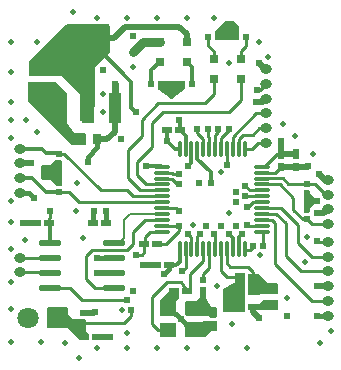
<source format=gtl>
G04 Layer: TopLayer*
G04 EasyEDA v6.5.40, 2024-02-04 21:12:00*
G04 47bb9c72da8d420c99b3d15ae168fc4e,2e16165ee3bb4678bfb3015e44e098b9,10*
G04 Gerber Generator version 0.2*
G04 Scale: 100 percent, Rotated: No, Reflected: No *
G04 Dimensions in millimeters *
G04 leading zeros omitted , absolute positions ,4 integer and 5 decimal *
%FSLAX45Y45*%
%MOMM*%

%AMMACRO1*21,1,$1,$2,0,0,$3*%
%ADD10C,0.5000*%
%ADD11C,0.2500*%
%ADD12C,0.4000*%
%ADD13C,0.3000*%
%ADD14C,0.6000*%
%ADD15C,0.2000*%
%ADD16C,0.7500*%
%ADD17MACRO1,0.54X0.7901X-90.0000*%
%ADD18MACRO1,0.54X0.7901X90.0000*%
%ADD19MACRO1,0.54X0.7901X0.0000*%
%ADD20R,0.5400X0.7901*%
%ADD21R,0.9000X0.8000*%
%ADD22R,0.8000X0.9000*%
%ADD23R,0.8640X0.8000*%
%ADD24R,0.8000X0.8000*%
%ADD25O,1.950212X0.5684012*%
%ADD26MACRO1,0.54X0.5656X90.0000*%
%ADD27MACRO1,0.54X0.5656X-90.0000*%
%ADD28MACRO1,0.54X0.5656X0.0000*%
%ADD29R,0.5400X0.5657*%
%ADD30O,0.9999979999999999X0.7999984*%
%ADD31R,1.1000X2.5000*%
%ADD32MACRO1,3.6X2.34X0.0000*%
%ADD33O,0.27000199999999996X1.499997*%
%ADD34O,1.499997X0.27000199999999996*%
%ADD35R,1.4000X1.2000*%
%ADD36C,1.8000*%
%ADD37R,1.8000X1.8000*%
%ADD38C,0.6100*%
%ADD39C,0.6096*%
%ADD40C,0.5000*%
%ADD41C,0.0135*%

%LPD*%
G36*
X1521460Y-241300D02*
G01*
X1517548Y-240538D01*
X1514246Y-238302D01*
X1512062Y-235000D01*
X1511300Y-231140D01*
X1511300Y-169316D01*
X1512062Y-165404D01*
X1514246Y-162102D01*
X1597202Y-79197D01*
X1600504Y-76962D01*
X1604416Y-76200D01*
X1659483Y-76200D01*
X1663395Y-76962D01*
X1666646Y-79197D01*
X1711502Y-124002D01*
X1713738Y-127304D01*
X1714500Y-131216D01*
X1714500Y-231140D01*
X1713738Y-235000D01*
X1711502Y-238302D01*
X1708200Y-240538D01*
X1704339Y-241300D01*
G37*

%LPD*%
G36*
X1133703Y-736600D02*
G01*
X1130452Y-736092D01*
X1127607Y-734568D01*
X1032764Y-663448D01*
X1030579Y-661212D01*
X1029157Y-658418D01*
X1028700Y-655320D01*
X1028700Y-594360D01*
X1029462Y-590448D01*
X1031697Y-587197D01*
X1034948Y-584962D01*
X1038860Y-584200D01*
X1247140Y-584200D01*
X1251000Y-584962D01*
X1254302Y-587197D01*
X1256538Y-590448D01*
X1257300Y-594360D01*
X1257300Y-643077D01*
X1256385Y-647293D01*
X1253845Y-650748D01*
X1158595Y-734060D01*
X1155446Y-735939D01*
X1151890Y-736600D01*
G37*

%LPD*%
G36*
X378460Y-927100D02*
G01*
X374548Y-926337D01*
X371246Y-924102D01*
X369062Y-920800D01*
X368300Y-916940D01*
X368300Y-699516D01*
X367588Y-697788D01*
X216611Y-546811D01*
X214884Y-546100D01*
X-53340Y-546100D01*
X-57251Y-545338D01*
X-60502Y-543102D01*
X-62738Y-539800D01*
X-63500Y-535940D01*
X-63500Y-423316D01*
X-62738Y-419404D01*
X-60502Y-416102D01*
X238302Y-117297D01*
X241604Y-115062D01*
X245516Y-114300D01*
X612140Y-114300D01*
X616000Y-115062D01*
X619302Y-117297D01*
X621538Y-120548D01*
X622300Y-124460D01*
X622300Y-338683D01*
X621538Y-342595D01*
X619302Y-345897D01*
X496011Y-469188D01*
X495300Y-470916D01*
X495300Y-698754D01*
X483108Y-917498D01*
X482193Y-921207D01*
X479958Y-924306D01*
X476758Y-926388D01*
X472998Y-927100D01*
G37*

%LPD*%
G36*
X296418Y-1130300D02*
G01*
X292455Y-1129487D01*
X289102Y-1127201D01*
X-73355Y-752246D01*
X-75438Y-748995D01*
X-76200Y-745185D01*
X-76200Y-607060D01*
X-75438Y-603148D01*
X-73202Y-599897D01*
X-69951Y-597662D01*
X-66040Y-596900D01*
X160883Y-596900D01*
X164795Y-597662D01*
X168097Y-599897D01*
X251002Y-682802D01*
X253238Y-686104D01*
X254000Y-690016D01*
X254000Y-938784D01*
X254355Y-940257D01*
X316687Y-1027531D01*
X318516Y-1028700D01*
X408940Y-1028700D01*
X412800Y-1029462D01*
X416102Y-1031646D01*
X418338Y-1034948D01*
X419100Y-1038860D01*
X419100Y-1120140D01*
X418338Y-1124000D01*
X416102Y-1127302D01*
X412800Y-1129538D01*
X408940Y-1130300D01*
G37*

%LPD*%
G36*
X169316Y-1473200D02*
G01*
X165404Y-1472438D01*
X162102Y-1470202D01*
X115011Y-1423111D01*
X113283Y-1422400D01*
X55016Y-1422400D01*
X51104Y-1421638D01*
X47802Y-1419402D01*
X41097Y-1412697D01*
X38862Y-1409395D01*
X38100Y-1405483D01*
X38100Y-1312316D01*
X38862Y-1308404D01*
X41097Y-1305102D01*
X47802Y-1298397D01*
X51104Y-1296162D01*
X55016Y-1295400D01*
X113283Y-1295400D01*
X115011Y-1294688D01*
X149402Y-1260297D01*
X152704Y-1258062D01*
X156616Y-1257300D01*
X205740Y-1257300D01*
X209651Y-1258062D01*
X212902Y-1260297D01*
X215138Y-1263548D01*
X215900Y-1267460D01*
X215900Y-1463040D01*
X215138Y-1466900D01*
X212902Y-1470202D01*
X209651Y-1472438D01*
X205740Y-1473200D01*
G37*

%LPD*%
G36*
X2270760Y-1701800D02*
G01*
X2266848Y-1701038D01*
X2263546Y-1698802D01*
X2261362Y-1695500D01*
X2260600Y-1691639D01*
X2260600Y-1521460D01*
X2261362Y-1517548D01*
X2263546Y-1514297D01*
X2266848Y-1512062D01*
X2270760Y-1511300D01*
X2301240Y-1511300D01*
X2305100Y-1512062D01*
X2308402Y-1514297D01*
X2310638Y-1517548D01*
X2311400Y-1521460D01*
X2311400Y-1535684D01*
X2312111Y-1537411D01*
X2348788Y-1574088D01*
X2350516Y-1574800D01*
X2386634Y-1574800D01*
X2390038Y-1575358D01*
X2393035Y-1577086D01*
X2395321Y-1579626D01*
X2398776Y-1585366D01*
X2399893Y-1587906D01*
X2400300Y-1590649D01*
X2400300Y-1615440D01*
X2399538Y-1619300D01*
X2397302Y-1622602D01*
X2394000Y-1624838D01*
X2390140Y-1625600D01*
X2350516Y-1625600D01*
X2348788Y-1626311D01*
X2312111Y-1662988D01*
X2311400Y-1664716D01*
X2311400Y-1691639D01*
X2310638Y-1695500D01*
X2308402Y-1698802D01*
X2305100Y-1701038D01*
X2301240Y-1701800D01*
G37*

%LPD*%
G36*
X1801368Y-2400300D02*
G01*
X1797456Y-2399538D01*
X1794154Y-2397302D01*
X1791970Y-2394000D01*
X1791207Y-2390140D01*
X1791207Y-2232660D01*
X1791970Y-2228748D01*
X1794154Y-2225446D01*
X1797456Y-2223262D01*
X1801368Y-2222500D01*
X1875383Y-2222500D01*
X1879295Y-2223262D01*
X1882546Y-2225446D01*
X1955088Y-2297988D01*
X1956816Y-2298700D01*
X2034539Y-2298700D01*
X2038400Y-2299462D01*
X2041702Y-2301646D01*
X2043938Y-2304948D01*
X2044700Y-2308860D01*
X2044700Y-2377440D01*
X2043938Y-2381300D01*
X2041702Y-2384602D01*
X2038400Y-2386838D01*
X2034539Y-2387600D01*
X1893316Y-2387600D01*
X1891588Y-2388311D01*
X1882546Y-2397302D01*
X1879295Y-2399538D01*
X1875383Y-2400300D01*
G37*

%LPD*%
G36*
X1801368Y-2527300D02*
G01*
X1797456Y-2526538D01*
X1794154Y-2524302D01*
X1791970Y-2521000D01*
X1791207Y-2517140D01*
X1791207Y-2486660D01*
X1791970Y-2482748D01*
X1794154Y-2479446D01*
X1797456Y-2477262D01*
X1801368Y-2476500D01*
X1878584Y-2476500D01*
X1880311Y-2475788D01*
X1914702Y-2441346D01*
X1918004Y-2439162D01*
X1921916Y-2438400D01*
X2034539Y-2438400D01*
X2038400Y-2439162D01*
X2041702Y-2441346D01*
X2043938Y-2444648D01*
X2044700Y-2448560D01*
X2044700Y-2517140D01*
X2043938Y-2521000D01*
X2041702Y-2524302D01*
X2038400Y-2526538D01*
X2034539Y-2527300D01*
G37*

%LPD*%
G36*
X1584960Y-2540000D02*
G01*
X1581048Y-2539238D01*
X1577797Y-2537002D01*
X1575562Y-2533700D01*
X1574800Y-2529840D01*
X1574800Y-2355799D01*
X1575460Y-2352090D01*
X1577441Y-2348941D01*
X1580438Y-2346706D01*
X1675485Y-2299157D01*
X1676400Y-2297887D01*
X1676400Y-2219960D01*
X1677162Y-2216048D01*
X1679346Y-2212746D01*
X1682648Y-2210562D01*
X1686560Y-2209800D01*
X1755139Y-2209800D01*
X1759000Y-2210562D01*
X1762302Y-2212746D01*
X1764538Y-2216048D01*
X1765300Y-2219960D01*
X1765300Y-2529840D01*
X1764538Y-2533700D01*
X1762302Y-2537002D01*
X1759000Y-2539238D01*
X1755139Y-2540000D01*
G37*

%LPD*%
G36*
X1051560Y-2578100D02*
G01*
X1047648Y-2577338D01*
X1044397Y-2575102D01*
X1042162Y-2571800D01*
X1041400Y-2567940D01*
X1041400Y-2454859D01*
X1042009Y-2451303D01*
X1043838Y-2448255D01*
X1116939Y-2362962D01*
X1117600Y-2361387D01*
X1117600Y-2346960D01*
X1118362Y-2343048D01*
X1120597Y-2339746D01*
X1123848Y-2337562D01*
X1127760Y-2336800D01*
X1196340Y-2336800D01*
X1200200Y-2337562D01*
X1203502Y-2339746D01*
X1205738Y-2343048D01*
X1206500Y-2346960D01*
X1206500Y-2421483D01*
X1205738Y-2425395D01*
X1203502Y-2428646D01*
X1181811Y-2450388D01*
X1181100Y-2452116D01*
X1181100Y-2567940D01*
X1180338Y-2571800D01*
X1178102Y-2575102D01*
X1174800Y-2577338D01*
X1170940Y-2578100D01*
G37*

%LPD*%
G36*
X1477416Y-2590800D02*
G01*
X1473504Y-2590038D01*
X1470202Y-2587802D01*
X1461211Y-2578811D01*
X1459484Y-2578100D01*
X1275232Y-2578100D01*
X1272032Y-2577592D01*
X1269187Y-2576068D01*
X1266952Y-2573782D01*
X1262380Y-2567279D01*
X1260246Y-2565146D01*
X1258062Y-2561844D01*
X1257300Y-2557983D01*
X1257300Y-2461260D01*
X1258062Y-2457348D01*
X1260246Y-2454046D01*
X1263548Y-2451862D01*
X1267460Y-2451100D01*
X1345184Y-2451100D01*
X1346911Y-2450388D01*
X1383588Y-2413711D01*
X1384300Y-2411984D01*
X1384300Y-2372360D01*
X1385062Y-2368448D01*
X1387297Y-2365146D01*
X1390548Y-2362962D01*
X1394460Y-2362200D01*
X1424940Y-2362200D01*
X1428800Y-2362962D01*
X1432102Y-2365146D01*
X1434338Y-2368448D01*
X1435100Y-2372360D01*
X1435100Y-2424531D01*
X1435608Y-2426766D01*
X1472742Y-2500985D01*
X1474012Y-2501900D01*
X1513840Y-2501900D01*
X1517700Y-2502662D01*
X1521002Y-2504846D01*
X1523238Y-2508148D01*
X1524000Y-2512060D01*
X1524000Y-2580640D01*
X1523238Y-2584500D01*
X1521002Y-2587802D01*
X1517700Y-2590038D01*
X1513840Y-2590800D01*
G37*

%LPD*%
G36*
X1267460Y-2755900D02*
G01*
X1263548Y-2755138D01*
X1260297Y-2752902D01*
X1258062Y-2749600D01*
X1257300Y-2745740D01*
X1257300Y-2639060D01*
X1258062Y-2635148D01*
X1260297Y-2631846D01*
X1263548Y-2629662D01*
X1267460Y-2628900D01*
X1395984Y-2628900D01*
X1397711Y-2628188D01*
X1406702Y-2619146D01*
X1410004Y-2616962D01*
X1413916Y-2616200D01*
X1513840Y-2616200D01*
X1517700Y-2616962D01*
X1521002Y-2619146D01*
X1523238Y-2622448D01*
X1524000Y-2626360D01*
X1524000Y-2694940D01*
X1523238Y-2698800D01*
X1521002Y-2702102D01*
X1517700Y-2704338D01*
X1513840Y-2705100D01*
X1474216Y-2705100D01*
X1472488Y-2705811D01*
X1425397Y-2752902D01*
X1422095Y-2755138D01*
X1418183Y-2755900D01*
G37*

%LPD*%
G36*
X372516Y-2781300D02*
G01*
X368604Y-2780538D01*
X365302Y-2778302D01*
X267411Y-2680411D01*
X265684Y-2679700D01*
X99060Y-2679700D01*
X95148Y-2678938D01*
X91897Y-2676702D01*
X89662Y-2673400D01*
X88900Y-2669540D01*
X88900Y-2512060D01*
X89662Y-2508148D01*
X91897Y-2504846D01*
X95148Y-2502662D01*
X99060Y-2501900D01*
X256540Y-2501900D01*
X260451Y-2502662D01*
X263702Y-2504846D01*
X265938Y-2508148D01*
X266700Y-2512060D01*
X266700Y-2564384D01*
X267411Y-2566111D01*
X304088Y-2602788D01*
X305816Y-2603500D01*
X408940Y-2603500D01*
X412851Y-2604262D01*
X416102Y-2606446D01*
X418338Y-2609748D01*
X419100Y-2613660D01*
X419100Y-2704084D01*
X419811Y-2705811D01*
X441502Y-2727502D01*
X443738Y-2730804D01*
X444500Y-2734716D01*
X444500Y-2771140D01*
X443738Y-2775000D01*
X441502Y-2778302D01*
X438251Y-2780538D01*
X434340Y-2781300D01*
G37*

%LPD*%
D10*
X1270000Y-257810D02*
G01*
X1270000Y-190500D01*
X1206500Y-127000D01*
X749300Y-127000D01*
X652526Y-223773D01*
X431800Y-223773D01*
D11*
X1060957Y-1562607D02*
G01*
X813307Y-1562607D01*
X762000Y-1511300D01*
X546100Y-1511300D01*
X236220Y-1201420D01*
X190500Y-1201420D01*
X1910842Y-1762503D02*
G01*
X1993900Y-1762503D01*
X2019300Y-1787903D01*
X2019300Y-2133582D01*
X2334811Y-2449093D01*
X2463800Y-2449093D01*
X1060957Y-1512570D02*
G01*
X877570Y-1512570D01*
X774700Y-1409700D01*
X774700Y-1168400D01*
X889000Y-1054100D01*
X889000Y-914400D01*
X1028700Y-774700D01*
X1422400Y-774700D01*
X1498600Y-698500D01*
X1498600Y-567689D01*
X1778000Y-1651000D02*
G01*
X1790700Y-1651000D01*
X1829307Y-1612392D01*
X1910842Y-1612392D01*
X2286000Y-1757781D02*
G01*
X2327630Y-1799412D01*
X2463800Y-1799412D01*
X1910890Y-1412491D02*
G01*
X1913681Y-1409700D01*
X2082800Y-1409700D01*
X2128418Y-1455318D01*
X2286000Y-1455318D01*
X1910890Y-1562503D02*
G01*
X1765703Y-1562503D01*
X1765300Y-1562100D01*
X1760903Y-2012490D02*
G01*
X1767707Y-2019294D01*
X1803397Y-2019294D01*
X1828797Y-1993894D01*
X1828797Y-1981194D01*
X1910890Y-1862503D02*
G01*
X1917694Y-1869307D01*
X1917694Y-1981194D01*
X1910890Y-1812490D02*
G01*
X1787090Y-1812490D01*
X1777997Y-1803397D01*
X1510891Y-2012490D02*
G01*
X1510891Y-1891891D01*
X1498597Y-1879597D01*
X1282700Y-1879600D02*
G01*
X1310891Y-1907791D01*
X1310891Y-2012490D01*
X1384300Y-1879600D02*
G01*
X1360904Y-1902995D01*
X1360904Y-2012490D01*
X110492Y-2209800D02*
G01*
X108485Y-2207793D01*
X-139700Y-2207793D01*
X110487Y-2082800D02*
G01*
X-139700Y-2082800D01*
D12*
X508000Y-2082794D02*
G01*
X651507Y-2082797D01*
D11*
X1060957Y-1762505D02*
G01*
X917194Y-1762505D01*
X812800Y-1866900D01*
X812800Y-1968500D01*
X762000Y-2019300D01*
X469900Y-2019300D01*
X419100Y-2070100D01*
X419100Y-2260600D01*
X495300Y-2336800D01*
X651510Y-2336800D01*
D10*
X-50800Y-1282700D02*
G01*
X-137690Y-1282700D01*
X-139700Y-1284709D01*
X-3708Y-1790697D02*
G01*
X-114300Y-1790697D01*
D13*
X105308Y-1790697D02*
G01*
X110487Y-1795876D01*
X110487Y-1955797D01*
X-139700Y-1409700D02*
G01*
X-38094Y-1409700D01*
X81384Y-1529179D01*
X190500Y-1529179D01*
X190500Y-1201315D02*
G01*
X182979Y-1193800D01*
X76200Y-1193800D01*
X42087Y-1159687D01*
X-139700Y-1159687D01*
X1310891Y-1162504D02*
G01*
X1310891Y-1279903D01*
X1282697Y-1308097D01*
X1060904Y-1312491D02*
G01*
X1056510Y-1308097D01*
X927097Y-1308097D01*
D12*
X584200Y-1689097D02*
G01*
X587905Y-1692803D01*
X587905Y-1790697D01*
X482600Y-1689097D02*
G01*
X478889Y-1692808D01*
X478889Y-1790697D01*
D13*
X1660903Y-2012490D02*
G01*
X1660903Y-1914903D01*
X1625600Y-1879600D01*
X1710890Y-2012490D02*
G01*
X1710890Y-1908609D01*
X1739900Y-1879600D01*
D14*
X660400Y-609600D02*
G01*
X661670Y-817626D01*
D13*
X1206500Y-914400D02*
G01*
X1210208Y-918108D01*
X1210208Y-1003300D01*
X1210815Y-1162557D02*
G01*
X1175257Y-1162557D01*
X1104900Y-1092200D01*
X1101092Y-1088392D01*
X1101092Y-1003300D01*
X1260904Y-1162504D02*
G01*
X1260904Y-1053995D01*
X1210205Y-1003297D01*
D11*
X1610862Y-2012439D02*
G01*
X1610862Y-2131562D01*
X1638297Y-2158997D01*
X1790697Y-2158997D01*
X1832604Y-2200904D01*
X1832604Y-2247897D01*
X1560901Y-2012487D02*
G01*
X1560901Y-2195901D01*
X1612897Y-2247892D01*
X1723489Y-2247897D01*
D15*
X651504Y-1955792D02*
G01*
X698497Y-1955792D01*
X736597Y-1917697D01*
X736597Y-1765297D01*
X789401Y-1712488D01*
X1060907Y-1712488D01*
D10*
X661791Y-817702D02*
G01*
X661791Y-1014595D01*
X596897Y-1079497D01*
X514502Y-1079497D01*
D16*
X812797Y-342897D02*
G01*
X897889Y-257804D01*
X1041397Y-257804D01*
D13*
X1121305Y-2146297D02*
G01*
X1181092Y-2146297D01*
X1210894Y-2116495D01*
X1210894Y-2012487D01*
D11*
X1910839Y-1362450D02*
G01*
X2019297Y-1362450D01*
X2070097Y-1311904D01*
D10*
X2070097Y-1311805D02*
G01*
X2197097Y-1311805D01*
X2070097Y-1202789D02*
G01*
X2197097Y-1202789D01*
D11*
X1910839Y-1312412D02*
G01*
X1926081Y-1312412D01*
X2035804Y-1202689D01*
X2070097Y-1202689D01*
D10*
X2298697Y-1308097D02*
G01*
X2294989Y-1311805D01*
X2197097Y-1311805D01*
X901697Y-2146297D02*
G01*
X1012289Y-2146297D01*
X507997Y-2209797D02*
G01*
X651504Y-2209797D01*
D11*
X910683Y-1968497D02*
G01*
X914397Y-1964783D01*
X914397Y-1904997D01*
X956889Y-1862500D01*
X1060907Y-1862500D01*
X1060907Y-1812488D02*
G01*
X1064508Y-1816097D01*
X1206497Y-1816097D01*
X1206497Y-1816097D02*
G01*
X1206497Y-1854197D01*
X1092197Y-1968497D01*
X1019804Y-1968497D01*
X1060904Y-1612491D02*
G01*
X355193Y-1612491D01*
X271881Y-1529179D01*
X190497Y-1529179D01*
D13*
X1360904Y-1162502D02*
G01*
X1360904Y-1246604D01*
X1473200Y-1358900D01*
X1473200Y-1447800D01*
D11*
X1358900Y-990600D02*
G01*
X1358900Y-1028700D01*
X1410970Y-1080770D01*
X1410970Y-1162557D01*
X1447800Y-990600D02*
G01*
X1447800Y-1054100D01*
X1461007Y-1067307D01*
X1461007Y-1162557D01*
X1625600Y-990600D02*
G01*
X1625600Y-1003300D01*
X1560829Y-1068070D01*
X1560829Y-1162557D01*
X1510792Y-1162557D02*
G01*
X1510792Y-1041907D01*
X1536700Y-1016000D01*
X1536700Y-990600D01*
X1498605Y-397512D02*
G01*
X1498605Y-330207D01*
X1455308Y-286910D01*
X1455308Y-215897D01*
X1727202Y-397512D02*
G01*
X1727202Y-330194D01*
X1770473Y-286923D01*
X1770473Y-215897D01*
X1060957Y-1462531D02*
G01*
X929131Y-1462531D01*
X850900Y-1384300D01*
X850900Y-1270000D01*
X977900Y-1143000D01*
X977900Y-939800D01*
X1066800Y-850900D01*
X1625600Y-850900D01*
X1727200Y-749300D01*
X1727200Y-567689D01*
X1060907Y-1362506D02*
G01*
X1146606Y-1362506D01*
X1155697Y-1371597D01*
X1206497Y-1371597D01*
X1060907Y-1412494D02*
G01*
X1142997Y-1412494D01*
X1191000Y-1460497D01*
X1206497Y-1460497D01*
X1760905Y-1162507D02*
G01*
X1821987Y-1162507D01*
X1872889Y-1111605D01*
X1943100Y-1111605D01*
X1710944Y-1162557D02*
G01*
X1710944Y-1079500D01*
X1749044Y-1041400D01*
X1828800Y-1041400D01*
X1883663Y-986536D01*
X1943100Y-986536D01*
X1660905Y-1162507D02*
G01*
X1660905Y-1056888D01*
X1856176Y-861618D01*
X1943100Y-861618D01*
X1610868Y-1162557D02*
G01*
X1612900Y-1295400D01*
X1866900Y-660400D02*
G01*
X1894309Y-660400D01*
X1943100Y-611609D01*
D10*
X1854200Y-762000D02*
G01*
X1917700Y-762000D01*
X1943100Y-736600D01*
D12*
X-139700Y-1534693D02*
G01*
X-65506Y-1534693D01*
X-25400Y-1574800D01*
D10*
X2374900Y-2324100D02*
G01*
X2463800Y-2324100D01*
D11*
X2374900Y-1943100D02*
G01*
X2380896Y-1949096D01*
X2463800Y-1949096D01*
X1910842Y-1712465D02*
G01*
X2029965Y-1712465D01*
X2108200Y-1790700D01*
X2108200Y-2070100D01*
X2237206Y-2199106D01*
X2463800Y-2199106D01*
X1910842Y-1662429D02*
G01*
X2068835Y-1662429D01*
X2209800Y-1803400D01*
X2209800Y-1955800D01*
X2328087Y-2074087D01*
X2463800Y-2074087D01*
X1910842Y-1462534D02*
G01*
X2059434Y-1462534D01*
X2171700Y-1574794D01*
X2171700Y-1676400D01*
X2253081Y-1757781D01*
X2286000Y-1757781D01*
D10*
X2374900Y-1701800D02*
G01*
X2436390Y-1701800D01*
X2463800Y-1674390D01*
D11*
X2463800Y-1549400D02*
G01*
X2451100Y-1549400D01*
X2357120Y-1455420D01*
X2286000Y-1455420D01*
D10*
X2463800Y-1424406D02*
G01*
X2440404Y-1424406D01*
X2387594Y-1371597D01*
X2070094Y-1092197D02*
G01*
X2070100Y-1202791D01*
X1943100Y-486636D02*
G01*
X1934436Y-486636D01*
X1879600Y-431800D01*
X511705Y-2755889D02*
G01*
X622294Y-2755889D01*
X393705Y-2547510D02*
G01*
X487784Y-2547510D01*
X495300Y-2539994D01*
D11*
X1060907Y-1662506D02*
G01*
X1179906Y-1662506D01*
X1206497Y-1689097D01*
X838200Y-2057400D02*
G01*
X888994Y-2057400D01*
X910691Y-2035703D01*
X910691Y-1968500D01*
D12*
X2374900Y-2578100D02*
G01*
X2378913Y-2574086D01*
X2463800Y-2574086D01*
X514499Y-1079500D02*
G01*
X514499Y-1149200D01*
X431800Y-1231900D01*
X431800Y-1270000D01*
X1079500Y-2222500D02*
G01*
X1121308Y-2180691D01*
X1121308Y-2146300D01*
D13*
X1041400Y-427992D02*
G01*
X972718Y-496674D01*
X972718Y-609600D01*
X1270000Y-427989D02*
G01*
X1313281Y-471271D01*
X1313281Y-609600D01*
X838200Y-850900D02*
G01*
X800100Y-812800D01*
X800100Y-592073D01*
X431800Y-223773D01*
D11*
X105308Y-1790700D02*
G01*
X101600Y-1786991D01*
X101600Y-1752597D01*
X114300Y-1739897D01*
X114300Y-1689097D01*
X1898142Y-1512570D02*
G01*
X1804670Y-1512570D01*
X1765300Y-1473200D01*
D12*
X1109192Y-2515996D02*
G01*
X1131699Y-2515996D01*
X1219197Y-2603494D01*
X1219197Y-2603494D02*
G01*
X1306680Y-2690977D01*
X1329207Y-2690977D01*
D11*
X1410893Y-2012492D02*
G01*
X1410893Y-2094298D01*
X1260906Y-2012492D02*
G01*
X1260906Y-2168085D01*
X1231897Y-2197094D01*
X761997Y-2438394D02*
G01*
X381000Y-2438394D01*
X279405Y-2336800D01*
X110489Y-2336800D01*
X1410970Y-2094229D02*
G01*
X1410970Y-2106929D01*
X1295400Y-2222500D01*
X1295400Y-2353310D01*
X1286510Y-2362200D01*
X800100Y-2527300D02*
G01*
X800100Y-2578100D01*
X744220Y-2633979D01*
X393700Y-2633979D01*
X1273810Y-2362200D02*
G01*
X1273713Y-2362189D01*
X1219200Y-2286000D01*
X1104900Y-2286000D01*
X977900Y-2413000D01*
X977900Y-2641600D01*
X1027176Y-2690876D01*
X1109218Y-2690876D01*
X1460906Y-2012492D02*
G01*
X1460497Y-2171694D01*
X1460500Y-2171700D02*
G01*
X1409700Y-2222500D01*
X1409700Y-2268220D01*
D10*
X1879600Y-2590800D02*
G01*
X1832508Y-2543708D01*
X1832508Y-2501900D01*
D17*
G01*
X478889Y-1790694D03*
G01*
X587900Y-1790694D03*
D18*
G01*
X105305Y-1790697D03*
G01*
X-3705Y-1790697D03*
D17*
G01*
X402694Y-2755894D03*
G01*
X511705Y-2755894D03*
G01*
X1101191Y-1003297D03*
G01*
X1210203Y-1003297D03*
D19*
G01*
X2070097Y-1202791D03*
D20*
G01*
X2070100Y-1311808D03*
D17*
G01*
X910689Y-1968492D03*
G01*
X1019700Y-1968492D03*
D18*
G01*
X1121300Y-2146292D03*
G01*
X1012289Y-2146292D03*
G01*
X1832498Y-2374892D03*
G01*
X1723486Y-2374892D03*
G01*
X1832498Y-2501892D03*
G01*
X1723486Y-2501892D03*
D17*
G01*
X1164691Y-2362194D03*
G01*
X1273703Y-2362194D03*
D19*
G01*
X1498597Y-2658000D03*
D20*
G01*
X1498600Y-2548991D03*
D18*
G01*
X1832498Y-2247892D03*
G01*
X1723486Y-2247892D03*
D19*
G01*
X2197097Y-1202791D03*
D20*
G01*
X2197100Y-1311808D03*
D21*
G01*
X-25400Y-501497D03*
G01*
X-25400Y-641502D03*
D22*
G01*
X514502Y-1079500D03*
G01*
X374497Y-1079500D03*
D23*
G01*
X1993900Y-2342997D03*
G01*
X1993900Y-2483002D03*
D24*
G01*
X1727200Y-567689D03*
G01*
X1727200Y-397510D03*
G01*
X1498600Y-567689D03*
G01*
X1498600Y-397510D03*
D25*
G01*
X651510Y-2336800D03*
G01*
X651510Y-2209800D03*
G01*
X651510Y-2082800D03*
G01*
X651510Y-1955800D03*
G01*
X110489Y-2336800D03*
G01*
X110489Y-2209800D03*
G01*
X110489Y-2082800D03*
G01*
X110489Y-1955800D03*
D24*
G01*
X1041400Y-427989D03*
G01*
X1041400Y-257810D03*
G01*
X1270000Y-257810D03*
G01*
X1270000Y-427989D03*
D26*
G01*
X1059280Y-609600D03*
G01*
X972714Y-609600D03*
D27*
G01*
X1226714Y-609600D03*
G01*
X1313280Y-609600D03*
G01*
X1683914Y-215900D03*
G01*
X1770480Y-215900D03*
D26*
G01*
X1541880Y-215900D03*
G01*
X1455314Y-215900D03*
D28*
G01*
X393700Y-2547512D03*
D29*
G01*
X393700Y-2634081D03*
D28*
G01*
X190497Y-1442612D03*
D29*
G01*
X190500Y-1529181D03*
D28*
G01*
X190497Y-1287877D03*
D29*
G01*
X190500Y-1201318D03*
D28*
G01*
X2285994Y-1541880D03*
D29*
G01*
X2286000Y-1455318D03*
D28*
G01*
X2285994Y-1671214D03*
D29*
G01*
X2286000Y-1757781D03*
D30*
G01*
X-139700Y-2082800D03*
G01*
X-139700Y-2207793D03*
D31*
G01*
X201803Y-817702D03*
G01*
X431800Y-817702D03*
G01*
X661796Y-817702D03*
D32*
G01*
X431797Y-223695D03*
D30*
G01*
X-139700Y-1534693D03*
G01*
X-139700Y-1409700D03*
G01*
X-139700Y-1159687D03*
G01*
X-139700Y-1284706D03*
G01*
X2463800Y-1424406D03*
G01*
X2463800Y-1549400D03*
G01*
X2463800Y-1799412D03*
G01*
X2463800Y-1674393D03*
D28*
G01*
X1409697Y-2354677D03*
D29*
G01*
X1409700Y-2268118D03*
D30*
G01*
X2463800Y-2324100D03*
G01*
X2463800Y-2199106D03*
G01*
X2463800Y-2449093D03*
G01*
X2463800Y-2574086D03*
G01*
X2463800Y-2074087D03*
G01*
X2463800Y-1949094D03*
G01*
X1943100Y-736600D03*
G01*
X1943100Y-861618D03*
G01*
X1943100Y-611606D03*
G01*
X1943100Y-486638D03*
G01*
X1943100Y-986612D03*
G01*
X1943100Y-1111605D03*
D33*
G01*
X1210894Y-2012492D03*
G01*
X1260906Y-2012492D03*
G01*
X1310894Y-2012492D03*
G01*
X1360906Y-2012492D03*
G01*
X1410893Y-2012492D03*
G01*
X1460906Y-2012492D03*
G01*
X1510893Y-2012492D03*
G01*
X1560906Y-2012492D03*
G01*
X1610893Y-2012492D03*
G01*
X1660905Y-2012492D03*
G01*
X1710893Y-2012492D03*
G01*
X1760905Y-2012492D03*
D34*
G01*
X1910892Y-1862505D03*
G01*
X1910892Y-1812493D03*
G01*
X1910892Y-1762505D03*
G01*
X1910892Y-1712493D03*
G01*
X1910892Y-1662506D03*
G01*
X1910892Y-1612493D03*
G01*
X1910892Y-1562506D03*
G01*
X1910892Y-1512493D03*
G01*
X1910892Y-1462506D03*
G01*
X1910892Y-1412494D03*
G01*
X1910892Y-1362506D03*
G01*
X1910892Y-1312494D03*
D33*
G01*
X1760905Y-1162507D03*
G01*
X1710893Y-1162507D03*
G01*
X1660905Y-1162507D03*
G01*
X1610893Y-1162507D03*
G01*
X1560906Y-1162507D03*
G01*
X1510893Y-1162507D03*
G01*
X1460906Y-1162507D03*
G01*
X1410893Y-1162507D03*
G01*
X1360906Y-1162507D03*
G01*
X1310894Y-1162507D03*
G01*
X1260906Y-1162507D03*
G01*
X1210894Y-1162507D03*
D34*
G01*
X1060907Y-1312494D03*
G01*
X1060907Y-1362506D03*
G01*
X1060907Y-1412494D03*
G01*
X1060907Y-1462506D03*
G01*
X1060907Y-1512493D03*
G01*
X1060907Y-1562506D03*
G01*
X1060907Y-1612493D03*
G01*
X1060907Y-1662506D03*
G01*
X1060907Y-1712493D03*
G01*
X1060907Y-1762505D03*
G01*
X1060907Y-1812493D03*
G01*
X1060907Y-1862505D03*
D35*
G01*
X1109192Y-2690977D03*
G01*
X1329207Y-2690977D03*
G01*
X1329207Y-2515971D03*
G01*
X1109192Y-2515996D03*
D36*
G01*
X-76200Y-2590800D03*
D37*
G01*
X177800Y-2590800D03*
D38*
G01*
X812800Y-203200D03*
G01*
X1625600Y-114300D03*
G01*
X812800Y-342900D03*
G01*
X2298700Y-1308100D03*
G01*
X901700Y-2146300D03*
G01*
X508000Y-2209800D03*
G01*
X1206500Y-1816100D03*
G01*
X1206500Y-914400D03*
G01*
X12700Y-774700D03*
G01*
X88900Y-774700D03*
G01*
X558800Y-495300D03*
G01*
X419100Y-571500D03*
G01*
X304800Y-469900D03*
G01*
X190500Y-469900D03*
G01*
X660400Y-609600D03*
G01*
X1612900Y-2501900D03*
G01*
X1612900Y-2374900D03*
G01*
X1739900Y-1879600D03*
G01*
X1625600Y-1879600D03*
G01*
X1778000Y-1803400D03*
G01*
X1689100Y-1816100D03*
G01*
X431800Y-1270000D03*
G01*
X482600Y-1689100D03*
G01*
X584200Y-1689100D03*
G01*
X1206500Y-1689100D03*
G01*
X1143000Y-698500D03*
G01*
X927100Y-1308100D03*
G01*
X1625600Y-990600D03*
G01*
X1536700Y-990600D03*
G01*
X1447800Y-990600D03*
G01*
X1358900Y-990600D03*
G01*
X1473200Y-1447800D03*
G01*
X1282700Y-1308100D03*
D39*
G01*
X1371600Y-1447800D03*
G01*
X76200Y-1358900D03*
G01*
X-50800Y-1282700D03*
G01*
X-114300Y-1790700D03*
D38*
G01*
X508000Y-2082800D03*
D39*
G01*
X1282700Y-1879600D03*
G01*
X1384300Y-1879600D03*
G01*
X2120900Y-2578100D03*
G01*
X1498600Y-1879600D03*
G01*
X1562100Y-1816100D03*
G01*
X1435100Y-1816100D03*
G01*
X800100Y-2527300D03*
G01*
X1828800Y-1981200D03*
G01*
X1917700Y-1981200D03*
G01*
X1765300Y-1473200D03*
G01*
X1765300Y-1562100D03*
G01*
X1689100Y-1524000D03*
G01*
X2374900Y-1943100D03*
G01*
X1778000Y-1651000D03*
G01*
X1689100Y-1612900D03*
G01*
X711200Y-1079500D03*
G01*
X1206500Y-1460500D03*
G01*
X1206500Y-1371600D03*
G01*
X1612900Y-1295400D03*
G01*
X1866900Y-660400D03*
G01*
X1854200Y-762000D03*
G01*
X304800Y-571500D03*
G01*
X-25400Y-1574800D03*
G01*
X2374900Y-2324100D03*
G01*
X2374900Y-1701800D03*
G01*
X2374900Y-1600200D03*
G01*
X2387600Y-1371600D03*
G01*
X2070100Y-1092200D03*
G01*
X1879600Y-431800D03*
G01*
X114300Y-1689100D03*
G01*
X495300Y-2540000D03*
G01*
X622300Y-2755900D03*
G01*
X838200Y-2057400D03*
G01*
X1879600Y-2590800D03*
G01*
X2374900Y-2578100D03*
G01*
X1079500Y-2222500D03*
G01*
X1104900Y-1092200D03*
G01*
X838200Y-850900D03*
D40*
G01*
X2489200Y-2705100D03*
G01*
X2400300Y-2806700D03*
G01*
X1778000Y-2844800D03*
G01*
X1524000Y-2844800D03*
G01*
X1270000Y-2844800D03*
G01*
X1016000Y-2844800D03*
G01*
X762000Y-2844800D03*
G01*
X508000Y-2844800D03*
G01*
X355600Y-2933700D03*
G01*
X-215900Y-2794000D03*
G01*
X-215900Y-2514600D03*
G01*
X-215900Y-2286000D03*
G01*
X-215900Y-2006600D03*
G01*
X-215900Y-1778000D03*
G01*
X-215900Y-1600200D03*
G01*
X-215900Y-1066800D03*
G01*
X-215900Y-914400D03*
G01*
X-215900Y-762000D03*
G01*
X-215900Y-508000D03*
G01*
X-215900Y-254000D03*
G01*
X304800Y0D03*
G01*
X508000Y-50800D03*
G01*
X762000Y-50800D03*
G01*
X1016000Y-50800D03*
G01*
X1270000Y-50800D03*
G01*
X1498600Y-50800D03*
G01*
X1879600Y-254000D03*
G01*
X1955800Y-381000D03*
G01*
X2082800Y-952500D03*
G01*
X2184400Y-1054100D03*
G01*
X2336800Y-1206500D03*
G01*
X38100Y-2794000D03*
G01*
X241300Y-2806700D03*
G01*
X0Y-254000D03*
G01*
X762000Y-2717800D03*
G01*
X342900Y-1447800D03*
G01*
X1320800Y-1803400D03*
G01*
X1562100Y-1358900D03*
G01*
X1892300Y-2057400D03*
G01*
X558800Y-698500D03*
G01*
X558800Y-850900D03*
G01*
X0Y-1016000D03*
G01*
X88900Y-774700D03*
G01*
X254000Y-1028700D03*
G01*
X1778000Y-1651000D03*
G01*
X2286000Y-1905000D03*
G01*
X330200Y-1689100D03*
G01*
X1625600Y-1701800D03*
G01*
X2273300Y-2120900D03*
G01*
X2120900Y-2425700D03*
G01*
X-101600Y-1930400D03*
G01*
X393700Y-1917700D03*
G01*
X812800Y-469900D03*
G01*
X1625600Y-431800D03*
D38*
G01*
X1219200Y-2603500D03*
D39*
G01*
X1231900Y-2197100D03*
G01*
X762000Y-2438400D03*
G01*
X812800Y-2362200D03*
D40*
G01*
X723900Y-2527300D03*
G01*
X1651000Y-2641600D03*
G01*
X1524000Y-2324100D03*
G01*
X-88900Y-914400D03*
M02*

</source>
